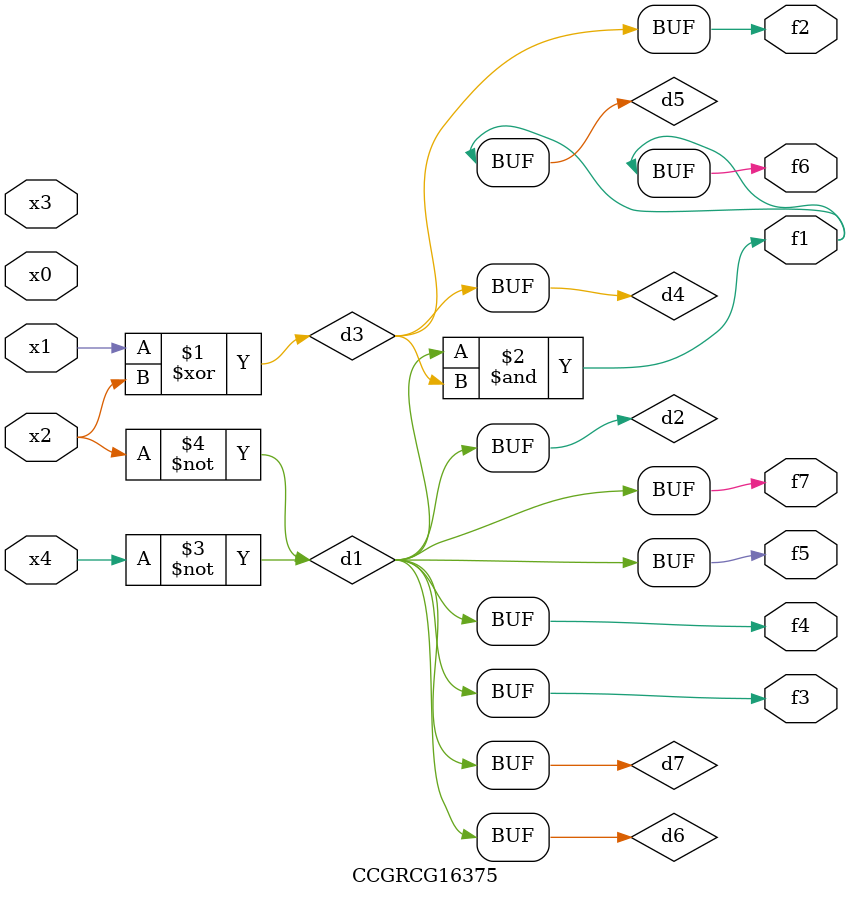
<source format=v>
module CCGRCG16375(
	input x0, x1, x2, x3, x4,
	output f1, f2, f3, f4, f5, f6, f7
);

	wire d1, d2, d3, d4, d5, d6, d7;

	not (d1, x4);
	not (d2, x2);
	xor (d3, x1, x2);
	buf (d4, d3);
	and (d5, d1, d3);
	buf (d6, d1, d2);
	buf (d7, d2);
	assign f1 = d5;
	assign f2 = d4;
	assign f3 = d7;
	assign f4 = d7;
	assign f5 = d7;
	assign f6 = d5;
	assign f7 = d7;
endmodule

</source>
